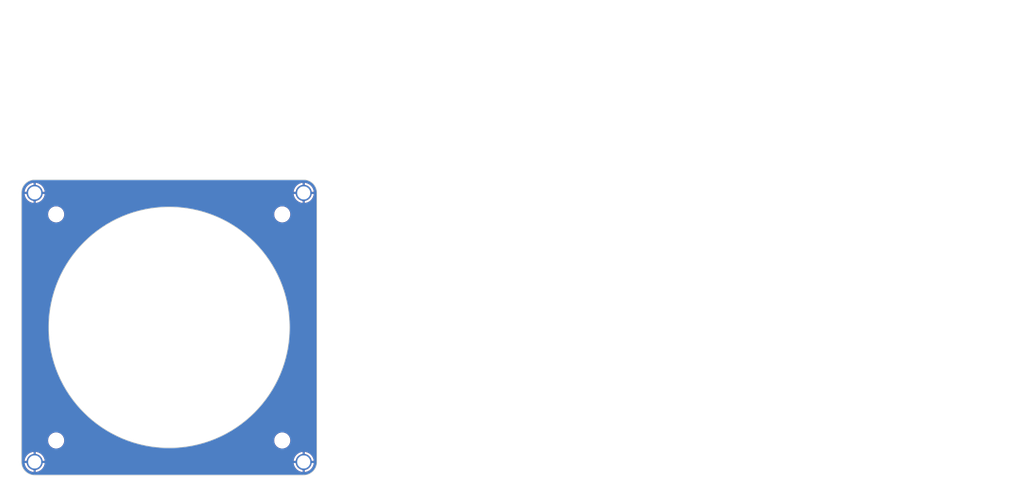
<source format=kicad_pcb>
(kicad_pcb (version 20241229) (generator "pcbnew") (generator_version "9.0")
  (layers (0 "F.Cu" signal) (2 "B.Cu" signal) (13 "F.Paste" user) (15 "B.Paste" user) (5 "F.SilkS" user "F.Silkscreen") (7 "B.SilkS" user "B.Silkscreen") (1 "F.Mask" user) (3 "B.Mask" user) (25 "Edge.Cuts" user))
  (net 0 "")
  (net 1 "GND")
  (footprint "MountingHole:MountingHole_2.2mm_M2" (layer "F.Cu") (at 82.175 99.4)
    (property "Reference" "H4" (hide yes))
    (property "Value" "M2")
    (pad "" np_thru_hole circle (at 0 0) (size 2.2 2.2) (drill 2.2) (layers "*.Cu" "*.Mask"))
  )
  (footprint "DreaM117er-keebLibrary:MountingHole_2.2mm_M2_Nut_THT" (layer "F.Cu") (at 85.775 57.886 45)
    (property "Reference" "H10")
    (property "Value" "M2" (hide yes))
    (pad "1" thru_hole circle (at 0 0 45) (size 2.7 2.7) (drill 2.2) (layers "*.Cu") (net 1 "GND"))
  )
  (footprint "MountingHole:MountingHole_2.2mm_M2" (layer "F.Cu") (at 44.261 61.486)
    (property "Reference" "H1" (hide yes))
    (property "Value" "M2")
    (pad "" np_thru_hole circle (at 0 0) (size 2.2 2.2) (drill 2.2) (layers "*.Cu" "*.Mask"))
  )
  (footprint "MountingHole:MountingHole_2.2mm_M2" (layer "F.Cu") (at 44.261 99.4)
    (property "Reference" "H2" (hide yes))
    (property "Value" "M2")
    (pad "" np_thru_hole circle (at 0 0) (size 2.2 2.2) (drill 2.2) (layers "*.Cu" "*.Mask"))
  )
  (footprint "MountingHole:MountingHole_2.2mm_M2" (layer "F.Cu") (at 82.175 61.486)
    (property "Reference" "H3" (hide yes))
    (property "Value" "M2")
    (pad "" np_thru_hole circle (at 0 0) (size 2.2 2.2) (drill 2.2) (layers "*.Cu" "*.Mask"))
  )
  (footprint "DreaM117er-keebLibrary:MountingHole_2.2mm_M2_Nut_THT" (layer "F.Cu") (at 40.661 103 -135)
    (property "Reference" "H9")
    (property "Value" "M2" (hide yes))
    (pad "1" thru_hole circle (at 0 0 225) (size 2.7 2.7) (drill 2.2) (layers "*.Cu") (net 1 "GND"))
  )
  (footprint "DreaM117er-keebLibrary:Trackpad_Cirque_TM040040" (layer "F.Cu") (at 63.218 80.443 -90)
    (property "Reference" "H5" (hide yes))
    (property "Value" "TM040040")
  )
  (footprint "DreaM117er-keebLibrary:MountingHole_2.2mm_M2_Nut_THT" (layer "F.Cu") (at 40.661 57.886 135)
    (property "Reference" "H8")
    (property "Value" "M2" (hide yes))
    (pad "1" thru_hole circle (at 0 0 135) (size 2.7 2.7) (drill 2.2) (layers "*.Cu") (net 1 "GND"))
  )
  (footprint "DreaM117er-keebLibrary:MountingHole_2.2mm_M2_Nut_THT" (layer "F.Cu") (at 85.775 103 135)
    (property "Reference" "H11")
    (property "Value" "M2" (hide yes))
    (pad "1" thru_hole circle (at 0 0 135) (size 2.7 2.7) (drill 2.2) (layers "*.Cu") (net 1 "GND"))
  )
  (gr_arc (start 38.461 57.886) (mid 39.105365 56.330365) (end 40.661 55.686) (stroke (width 0.1)) (layer "Edge.Cuts"))
  (gr_line (start 85.775 55.686) (end 40.661 55.686) (stroke (width 0.1)) (layer "Edge.Cuts"))
  (gr_arc (start 40.661 105.2) (mid 39.105365 104.555635) (end 38.461 103) (stroke (width 0.1)) (layer "Edge.Cuts"))
  (gr_circle (center 63.218 80.443) (end 83.418 80.443) (stroke (width 0.1)) (fill no) (layer "Edge.Cuts"))
  (gr_line (start 87.975 103) (end 87.975 57.886) (stroke (width 0.1)) (layer "Edge.Cuts"))
  (gr_line (start 38.461 57.886) (end 38.461 103) (stroke (width 0.1)) (layer "Edge.Cuts"))
  (gr_arc (start 87.975 103) (mid 87.330635 104.555635) (end 85.775 105.2) (stroke (width 0.1)) (layer "Edge.Cuts"))
  (gr_arc (start 85.775 55.686) (mid 87.330635 56.330365) (end 87.975 57.886) (stroke (width 0.1)) (layer "Edge.Cuts"))
  (gr_line (start 40.661 105.2) (end 85.775 105.2) (stroke (width 0.1)) (layer "Edge.Cuts"))
  (zone (net 1) (net_name "GND") (layers "F.Cu" "B.Cu") (connect_pads (clearance 0.25)) (min_thickness 0.25) (fill yes (thermal_gap 0.35) (thermal_bridge_width 0.35) (island_removal_mode 1) (island_area_min 10))
    (polygon (pts (xy 34.85 25.54) (xy 34.85 108.17) (xy 206.22 108.4) (xy 206.56 25.66)))
  )
)
</source>
